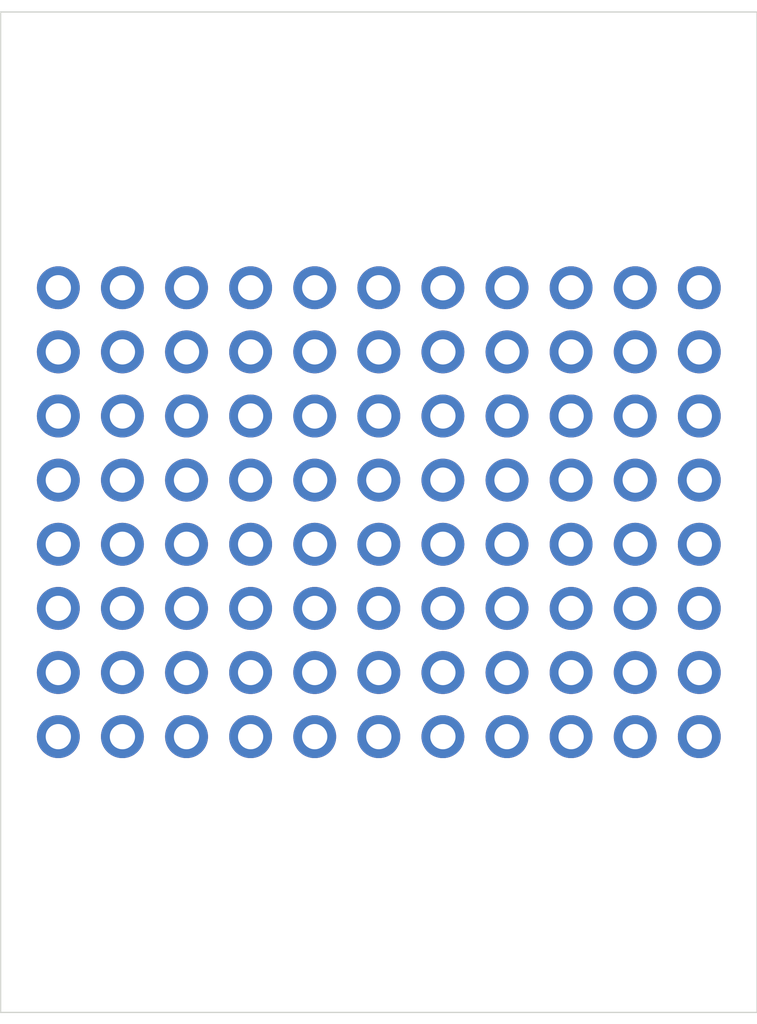
<source format=kicad_pcb>
(kicad_pcb (version 20171130) (host pcbnew "(5.1.4)-1")

  (general
    (thickness 1.6)
    (drawings 4)
    (tracks 0)
    (zones 0)
    (modules 12)
    (nets 1)
  )

  (page A4)
  (layers
    (0 F.Cu signal)
    (31 B.Cu signal)
    (32 B.Adhes user)
    (33 F.Adhes user)
    (34 B.Paste user)
    (35 F.Paste user)
    (36 B.SilkS user)
    (37 F.SilkS user)
    (38 B.Mask user)
    (39 F.Mask user)
    (40 Dwgs.User user)
    (41 Cmts.User user)
    (42 Eco1.User user)
    (43 Eco2.User user)
    (44 Edge.Cuts user)
    (45 Margin user)
    (46 B.CrtYd user)
    (47 F.CrtYd user)
    (48 B.Fab user)
    (49 F.Fab user)
  )

  (setup
    (last_trace_width 0.25)
    (trace_clearance 0.2)
    (zone_clearance 0.508)
    (zone_45_only no)
    (trace_min 0.2)
    (via_size 0.8)
    (via_drill 0.4)
    (via_min_size 0.4)
    (via_min_drill 0.3)
    (uvia_size 0.3)
    (uvia_drill 0.1)
    (uvias_allowed no)
    (uvia_min_size 0.2)
    (uvia_min_drill 0.1)
    (edge_width 0.05)
    (segment_width 0.2)
    (pcb_text_width 0.3)
    (pcb_text_size 1.5 1.5)
    (mod_edge_width 0.12)
    (mod_text_size 1 1)
    (mod_text_width 0.15)
    (pad_size 6 3.2)
    (pad_drill 6)
    (pad_to_mask_clearance 0.051)
    (solder_mask_min_width 0.25)
    (aux_axis_origin 0 0)
    (grid_origin 123.19 115.062)
    (visible_elements 7FFFFFFF)
    (pcbplotparams
      (layerselection 0x010fc_ffffffff)
      (usegerberextensions false)
      (usegerberattributes false)
      (usegerberadvancedattributes false)
      (creategerberjobfile false)
      (excludeedgelayer true)
      (linewidth 0.100000)
      (plotframeref false)
      (viasonmask false)
      (mode 1)
      (useauxorigin false)
      (hpglpennumber 1)
      (hpglpenspeed 20)
      (hpglpendiameter 15.000000)
      (psnegative false)
      (psa4output false)
      (plotreference true)
      (plotvalue true)
      (plotinvisibletext false)
      (padsonsilk false)
      (subtractmaskfromsilk false)
      (outputformat 1)
      (mirror false)
      (drillshape 1)
      (scaleselection 1)
      (outputdirectory ""))
  )

  (net 0 "")

  (net_class Default "This is the default net class."
    (clearance 0.2)
    (trace_width 0.25)
    (via_dia 0.8)
    (via_drill 0.4)
    (uvia_dia 0.3)
    (uvia_drill 0.1)
  )

  (module Mounting_Holes:MountingHole_3.2mm_M3 (layer F.Cu) (tedit 5D7068BC) (tstamp 5D707A69)
    (at 100.718 151.686)
    (descr "Mounting Hole 3.2mm, no annular, M3")
    (tags "mounting hole 3.2mm no annular m3")
    (attr virtual)
    (fp_text reference REF** (at 0 -4.2) (layer F.SilkS) hide
      (effects (font (size 1 1) (thickness 0.15)))
    )
    (fp_text value MountingHole_3.2mm_M3 (at 0 4.2) (layer F.Fab) hide
      (effects (font (size 1 1) (thickness 0.15)))
    )
    (fp_circle (center 0 0) (end 3.45 0) (layer F.CrtYd) (width 0.05))
    (fp_circle (center 0 0) (end 3.2 0) (layer Cmts.User) (width 0.15))
    (fp_text user %R (at 0.3 0) (layer F.Fab) hide
      (effects (font (size 1 1) (thickness 0.15)))
    )
    (pad "" np_thru_hole oval (at 0 0) (size 6 3.2) (drill oval 6 3.2) (layers *.Cu *.Mask))
  )

  (module Mounting_Holes:MountingHole_3.2mm_M3 (layer F.Cu) (tedit 5D7068BC) (tstamp 5D707A69)
    (at 115.69 151.686)
    (descr "Mounting Hole 3.2mm, no annular, M3")
    (tags "mounting hole 3.2mm no annular m3")
    (attr virtual)
    (fp_text reference REF** (at 0 -4.2) (layer F.SilkS) hide
      (effects (font (size 1 1) (thickness 0.15)))
    )
    (fp_text value MountingHole_3.2mm_M3 (at 0 4.2) (layer F.Fab) hide
      (effects (font (size 1 1) (thickness 0.15)))
    )
    (fp_circle (center 0 0) (end 3.45 0) (layer F.CrtYd) (width 0.05))
    (fp_circle (center 0 0) (end 3.2 0) (layer Cmts.User) (width 0.15))
    (fp_text user %R (at 0.3 0) (layer F.Fab) hide
      (effects (font (size 1 1) (thickness 0.15)))
    )
    (pad "" np_thru_hole oval (at 0 0) (size 6 3.2) (drill oval 6 3.2) (layers *.Cu *.Mask))
  )

  (module Mounting_Holes:MountingHole_3.2mm_M3 (layer F.Cu) (tedit 5D7068BC) (tstamp 5D707A69)
    (at 115.69 118.062)
    (descr "Mounting Hole 3.2mm, no annular, M3")
    (tags "mounting hole 3.2mm no annular m3")
    (attr virtual)
    (fp_text reference REF** (at 0 -4.2) (layer F.SilkS) hide
      (effects (font (size 1 1) (thickness 0.15)))
    )
    (fp_text value MountingHole_3.2mm_M3 (at 0 4.2) (layer F.Fab) hide
      (effects (font (size 1 1) (thickness 0.15)))
    )
    (fp_circle (center 0 0) (end 3.45 0) (layer F.CrtYd) (width 0.05))
    (fp_circle (center 0 0) (end 3.2 0) (layer Cmts.User) (width 0.15))
    (fp_text user %R (at 0.3 0) (layer F.Fab) hide
      (effects (font (size 1 1) (thickness 0.15)))
    )
    (pad "" np_thru_hole oval (at 0 0) (size 6 3.2) (drill oval 6 3.2) (layers *.Cu *.Mask))
  )

  (module Mounting_Holes:MountingHole_3.2mm_M3 (layer F.Cu) (tedit 5D706C5C) (tstamp 5D70694B)
    (at 100.718 118.062)
    (descr "Mounting Hole 3.2mm, no annular, M3")
    (tags "mounting hole 3.2mm no annular m3")
    (attr virtual)
    (fp_text reference REF** (at 0 -4.2) (layer F.SilkS) hide
      (effects (font (size 1 1) (thickness 0.15)))
    )
    (fp_text value MountingHole_3.2mm_M3 (at 0 4.2) (layer F.Fab) hide
      (effects (font (size 1 1) (thickness 0.15)))
    )
    (fp_text user %R (at 0.3 0) (layer F.Fab) hide
      (effects (font (size 1 1) (thickness 0.15)))
    )
    (fp_circle (center 0 0) (end 3.2 0) (layer Cmts.User) (width 0.15))
    (fp_circle (center 0 0) (end 3.45 0) (layer F.CrtYd) (width 0.05))
    (pad "" np_thru_hole oval (at 0 0) (size 6 3.2) (drill oval 6 3.2) (layers *.Cu *.Mask))
  )

  (module Pin_Headers:Pin_Header_Straight_1x11_Pitch2.54mm (layer F.Cu) (tedit 5D6F9757) (tstamp 5D6FE629)
    (at 95.504 125.984 90)
    (descr "Through hole straight pin header, 1x11, 2.54mm pitch, single row")
    (tags "Through hole pin header THT 1x11 2.54mm single row")
    (fp_text reference REF** (at 0 -2.33 90) (layer F.SilkS) hide
      (effects (font (size 1 1) (thickness 0.15)))
    )
    (fp_text value Pin_Header_Straight_1x11_Pitch2.54mm (at 0 27.73 90) (layer F.Fab) hide
      (effects (font (size 1 1) (thickness 0.15)))
    )
    (fp_text user %R (at 0 12.7 180) (layer F.Fab) hide
      (effects (font (size 1 1) (thickness 0.15)))
    )
    (fp_line (start 1.8 -1.8) (end -1.8 -1.8) (layer F.CrtYd) (width 0.05))
    (fp_line (start 1.8 27.2) (end 1.8 -1.8) (layer F.CrtYd) (width 0.05))
    (fp_line (start -1.8 27.2) (end 1.8 27.2) (layer F.CrtYd) (width 0.05))
    (fp_line (start -1.8 -1.8) (end -1.8 27.2) (layer F.CrtYd) (width 0.05))
    (fp_line (start -1.27 -0.635) (end -0.635 -1.27) (layer F.Fab) (width 0.1))
    (fp_line (start -1.27 26.67) (end -1.27 -0.635) (layer F.Fab) (width 0.1))
    (fp_line (start 1.27 26.67) (end -1.27 26.67) (layer F.Fab) (width 0.1))
    (fp_line (start 1.27 -1.27) (end 1.27 26.67) (layer F.Fab) (width 0.1))
    (fp_line (start -0.635 -1.27) (end 1.27 -1.27) (layer F.Fab) (width 0.1))
    (pad 11 thru_hole oval (at 0 25.4 90) (size 1.7 1.7) (drill 1) (layers *.Cu *.Mask))
    (pad 10 thru_hole oval (at 0 22.86 90) (size 1.7 1.7) (drill 1) (layers *.Cu *.Mask))
    (pad 9 thru_hole oval (at 0 20.32 90) (size 1.7 1.7) (drill 1) (layers *.Cu *.Mask))
    (pad 8 thru_hole oval (at 0 17.78 90) (size 1.7 1.7) (drill 1) (layers *.Cu *.Mask))
    (pad 7 thru_hole oval (at 0 15.24 90) (size 1.7 1.7) (drill 1) (layers *.Cu *.Mask))
    (pad 6 thru_hole oval (at 0 12.7 90) (size 1.7 1.7) (drill 1) (layers *.Cu *.Mask))
    (pad 5 thru_hole oval (at 0 10.16 90) (size 1.7 1.7) (drill 1) (layers *.Cu *.Mask))
    (pad 4 thru_hole oval (at 0 7.62 90) (size 1.7 1.7) (drill 1) (layers *.Cu *.Mask))
    (pad 3 thru_hole oval (at 0 5.08 90) (size 1.7 1.7) (drill 1) (layers *.Cu *.Mask))
    (pad 2 thru_hole oval (at 0 2.54 90) (size 1.7 1.7) (drill 1) (layers *.Cu *.Mask))
    (pad 1 thru_hole circle (at 0 0 90) (size 1.7 1.7) (drill 1) (layers *.Cu *.Mask))
    (model ${KISYS3DMOD}/Pin_Headers.3dshapes/Pin_Header_Straight_1x11_Pitch2.54mm.wrl
      (at (xyz 0 0 0))
      (scale (xyz 1 1 1))
      (rotate (xyz 0 0 0))
    )
  )

  (module Pin_Headers:Pin_Header_Straight_1x11_Pitch2.54mm (layer F.Cu) (tedit 5D6F9757) (tstamp 5D6FE629)
    (at 95.504 128.524 90)
    (descr "Through hole straight pin header, 1x11, 2.54mm pitch, single row")
    (tags "Through hole pin header THT 1x11 2.54mm single row")
    (fp_text reference REF** (at 0 -2.33 90) (layer F.SilkS) hide
      (effects (font (size 1 1) (thickness 0.15)))
    )
    (fp_text value Pin_Header_Straight_1x11_Pitch2.54mm (at 0 27.73 90) (layer F.Fab) hide
      (effects (font (size 1 1) (thickness 0.15)))
    )
    (fp_text user %R (at 0 12.7 180) (layer F.Fab) hide
      (effects (font (size 1 1) (thickness 0.15)))
    )
    (fp_line (start 1.8 -1.8) (end -1.8 -1.8) (layer F.CrtYd) (width 0.05))
    (fp_line (start 1.8 27.2) (end 1.8 -1.8) (layer F.CrtYd) (width 0.05))
    (fp_line (start -1.8 27.2) (end 1.8 27.2) (layer F.CrtYd) (width 0.05))
    (fp_line (start -1.8 -1.8) (end -1.8 27.2) (layer F.CrtYd) (width 0.05))
    (fp_line (start -1.27 -0.635) (end -0.635 -1.27) (layer F.Fab) (width 0.1))
    (fp_line (start -1.27 26.67) (end -1.27 -0.635) (layer F.Fab) (width 0.1))
    (fp_line (start 1.27 26.67) (end -1.27 26.67) (layer F.Fab) (width 0.1))
    (fp_line (start 1.27 -1.27) (end 1.27 26.67) (layer F.Fab) (width 0.1))
    (fp_line (start -0.635 -1.27) (end 1.27 -1.27) (layer F.Fab) (width 0.1))
    (pad 11 thru_hole oval (at 0 25.4 90) (size 1.7 1.7) (drill 1) (layers *.Cu *.Mask))
    (pad 10 thru_hole oval (at 0 22.86 90) (size 1.7 1.7) (drill 1) (layers *.Cu *.Mask))
    (pad 9 thru_hole oval (at 0 20.32 90) (size 1.7 1.7) (drill 1) (layers *.Cu *.Mask))
    (pad 8 thru_hole oval (at 0 17.78 90) (size 1.7 1.7) (drill 1) (layers *.Cu *.Mask))
    (pad 7 thru_hole oval (at 0 15.24 90) (size 1.7 1.7) (drill 1) (layers *.Cu *.Mask))
    (pad 6 thru_hole oval (at 0 12.7 90) (size 1.7 1.7) (drill 1) (layers *.Cu *.Mask))
    (pad 5 thru_hole oval (at 0 10.16 90) (size 1.7 1.7) (drill 1) (layers *.Cu *.Mask))
    (pad 4 thru_hole oval (at 0 7.62 90) (size 1.7 1.7) (drill 1) (layers *.Cu *.Mask))
    (pad 3 thru_hole oval (at 0 5.08 90) (size 1.7 1.7) (drill 1) (layers *.Cu *.Mask))
    (pad 2 thru_hole oval (at 0 2.54 90) (size 1.7 1.7) (drill 1) (layers *.Cu *.Mask))
    (pad 1 thru_hole circle (at 0 0 90) (size 1.7 1.7) (drill 1) (layers *.Cu *.Mask))
    (model ${KISYS3DMOD}/Pin_Headers.3dshapes/Pin_Header_Straight_1x11_Pitch2.54mm.wrl
      (at (xyz 0 0 0))
      (scale (xyz 1 1 1))
      (rotate (xyz 0 0 0))
    )
  )

  (module Pin_Headers:Pin_Header_Straight_1x11_Pitch2.54mm (layer F.Cu) (tedit 5D6F9757) (tstamp 5D6FE629)
    (at 95.504 131.064 90)
    (descr "Through hole straight pin header, 1x11, 2.54mm pitch, single row")
    (tags "Through hole pin header THT 1x11 2.54mm single row")
    (fp_text reference REF** (at 0 -2.33 90) (layer F.SilkS) hide
      (effects (font (size 1 1) (thickness 0.15)))
    )
    (fp_text value Pin_Header_Straight_1x11_Pitch2.54mm (at 0 27.73 90) (layer F.Fab) hide
      (effects (font (size 1 1) (thickness 0.15)))
    )
    (fp_text user %R (at 0 12.7 180) (layer F.Fab) hide
      (effects (font (size 1 1) (thickness 0.15)))
    )
    (fp_line (start 1.8 -1.8) (end -1.8 -1.8) (layer F.CrtYd) (width 0.05))
    (fp_line (start 1.8 27.2) (end 1.8 -1.8) (layer F.CrtYd) (width 0.05))
    (fp_line (start -1.8 27.2) (end 1.8 27.2) (layer F.CrtYd) (width 0.05))
    (fp_line (start -1.8 -1.8) (end -1.8 27.2) (layer F.CrtYd) (width 0.05))
    (fp_line (start -1.27 -0.635) (end -0.635 -1.27) (layer F.Fab) (width 0.1))
    (fp_line (start -1.27 26.67) (end -1.27 -0.635) (layer F.Fab) (width 0.1))
    (fp_line (start 1.27 26.67) (end -1.27 26.67) (layer F.Fab) (width 0.1))
    (fp_line (start 1.27 -1.27) (end 1.27 26.67) (layer F.Fab) (width 0.1))
    (fp_line (start -0.635 -1.27) (end 1.27 -1.27) (layer F.Fab) (width 0.1))
    (pad 11 thru_hole oval (at 0 25.4 90) (size 1.7 1.7) (drill 1) (layers *.Cu *.Mask))
    (pad 10 thru_hole oval (at 0 22.86 90) (size 1.7 1.7) (drill 1) (layers *.Cu *.Mask))
    (pad 9 thru_hole oval (at 0 20.32 90) (size 1.7 1.7) (drill 1) (layers *.Cu *.Mask))
    (pad 8 thru_hole oval (at 0 17.78 90) (size 1.7 1.7) (drill 1) (layers *.Cu *.Mask))
    (pad 7 thru_hole oval (at 0 15.24 90) (size 1.7 1.7) (drill 1) (layers *.Cu *.Mask))
    (pad 6 thru_hole oval (at 0 12.7 90) (size 1.7 1.7) (drill 1) (layers *.Cu *.Mask))
    (pad 5 thru_hole oval (at 0 10.16 90) (size 1.7 1.7) (drill 1) (layers *.Cu *.Mask))
    (pad 4 thru_hole oval (at 0 7.62 90) (size 1.7 1.7) (drill 1) (layers *.Cu *.Mask))
    (pad 3 thru_hole oval (at 0 5.08 90) (size 1.7 1.7) (drill 1) (layers *.Cu *.Mask))
    (pad 2 thru_hole oval (at 0 2.54 90) (size 1.7 1.7) (drill 1) (layers *.Cu *.Mask))
    (pad 1 thru_hole circle (at 0 0 90) (size 1.7 1.7) (drill 1) (layers *.Cu *.Mask))
    (model ${KISYS3DMOD}/Pin_Headers.3dshapes/Pin_Header_Straight_1x11_Pitch2.54mm.wrl
      (at (xyz 0 0 0))
      (scale (xyz 1 1 1))
      (rotate (xyz 0 0 0))
    )
  )

  (module Pin_Headers:Pin_Header_Straight_1x11_Pitch2.54mm (layer F.Cu) (tedit 5D6F9757) (tstamp 5D6FE629)
    (at 95.504 143.764 90)
    (descr "Through hole straight pin header, 1x11, 2.54mm pitch, single row")
    (tags "Through hole pin header THT 1x11 2.54mm single row")
    (fp_text reference REF** (at 0 -2.33 90) (layer F.SilkS) hide
      (effects (font (size 1 1) (thickness 0.15)))
    )
    (fp_text value Pin_Header_Straight_1x11_Pitch2.54mm (at 0 27.73 90) (layer F.Fab) hide
      (effects (font (size 1 1) (thickness 0.15)))
    )
    (fp_text user %R (at 0 12.7 180) (layer F.Fab) hide
      (effects (font (size 1 1) (thickness 0.15)))
    )
    (fp_line (start 1.8 -1.8) (end -1.8 -1.8) (layer F.CrtYd) (width 0.05))
    (fp_line (start 1.8 27.2) (end 1.8 -1.8) (layer F.CrtYd) (width 0.05))
    (fp_line (start -1.8 27.2) (end 1.8 27.2) (layer F.CrtYd) (width 0.05))
    (fp_line (start -1.8 -1.8) (end -1.8 27.2) (layer F.CrtYd) (width 0.05))
    (fp_line (start -1.27 -0.635) (end -0.635 -1.27) (layer F.Fab) (width 0.1))
    (fp_line (start -1.27 26.67) (end -1.27 -0.635) (layer F.Fab) (width 0.1))
    (fp_line (start 1.27 26.67) (end -1.27 26.67) (layer F.Fab) (width 0.1))
    (fp_line (start 1.27 -1.27) (end 1.27 26.67) (layer F.Fab) (width 0.1))
    (fp_line (start -0.635 -1.27) (end 1.27 -1.27) (layer F.Fab) (width 0.1))
    (pad 11 thru_hole oval (at 0 25.4 90) (size 1.7 1.7) (drill 1) (layers *.Cu *.Mask))
    (pad 10 thru_hole oval (at 0 22.86 90) (size 1.7 1.7) (drill 1) (layers *.Cu *.Mask))
    (pad 9 thru_hole oval (at 0 20.32 90) (size 1.7 1.7) (drill 1) (layers *.Cu *.Mask))
    (pad 8 thru_hole oval (at 0 17.78 90) (size 1.7 1.7) (drill 1) (layers *.Cu *.Mask))
    (pad 7 thru_hole oval (at 0 15.24 90) (size 1.7 1.7) (drill 1) (layers *.Cu *.Mask))
    (pad 6 thru_hole oval (at 0 12.7 90) (size 1.7 1.7) (drill 1) (layers *.Cu *.Mask))
    (pad 5 thru_hole oval (at 0 10.16 90) (size 1.7 1.7) (drill 1) (layers *.Cu *.Mask))
    (pad 4 thru_hole oval (at 0 7.62 90) (size 1.7 1.7) (drill 1) (layers *.Cu *.Mask))
    (pad 3 thru_hole oval (at 0 5.08 90) (size 1.7 1.7) (drill 1) (layers *.Cu *.Mask))
    (pad 2 thru_hole oval (at 0 2.54 90) (size 1.7 1.7) (drill 1) (layers *.Cu *.Mask))
    (pad 1 thru_hole circle (at 0 0 90) (size 1.7 1.7) (drill 1) (layers *.Cu *.Mask))
    (model ${KISYS3DMOD}/Pin_Headers.3dshapes/Pin_Header_Straight_1x11_Pitch2.54mm.wrl
      (at (xyz 0 0 0))
      (scale (xyz 1 1 1))
      (rotate (xyz 0 0 0))
    )
  )

  (module Pin_Headers:Pin_Header_Straight_1x11_Pitch2.54mm (layer F.Cu) (tedit 5D6F9757) (tstamp 5D6FE629)
    (at 95.504 141.224 90)
    (descr "Through hole straight pin header, 1x11, 2.54mm pitch, single row")
    (tags "Through hole pin header THT 1x11 2.54mm single row")
    (fp_text reference REF** (at 0 -2.33 90) (layer F.SilkS) hide
      (effects (font (size 1 1) (thickness 0.15)))
    )
    (fp_text value Pin_Header_Straight_1x11_Pitch2.54mm (at 0 27.73 90) (layer F.Fab) hide
      (effects (font (size 1 1) (thickness 0.15)))
    )
    (fp_text user %R (at 0 12.7 180) (layer F.Fab) hide
      (effects (font (size 1 1) (thickness 0.15)))
    )
    (fp_line (start 1.8 -1.8) (end -1.8 -1.8) (layer F.CrtYd) (width 0.05))
    (fp_line (start 1.8 27.2) (end 1.8 -1.8) (layer F.CrtYd) (width 0.05))
    (fp_line (start -1.8 27.2) (end 1.8 27.2) (layer F.CrtYd) (width 0.05))
    (fp_line (start -1.8 -1.8) (end -1.8 27.2) (layer F.CrtYd) (width 0.05))
    (fp_line (start -1.27 -0.635) (end -0.635 -1.27) (layer F.Fab) (width 0.1))
    (fp_line (start -1.27 26.67) (end -1.27 -0.635) (layer F.Fab) (width 0.1))
    (fp_line (start 1.27 26.67) (end -1.27 26.67) (layer F.Fab) (width 0.1))
    (fp_line (start 1.27 -1.27) (end 1.27 26.67) (layer F.Fab) (width 0.1))
    (fp_line (start -0.635 -1.27) (end 1.27 -1.27) (layer F.Fab) (width 0.1))
    (pad 11 thru_hole oval (at 0 25.4 90) (size 1.7 1.7) (drill 1) (layers *.Cu *.Mask))
    (pad 10 thru_hole oval (at 0 22.86 90) (size 1.7 1.7) (drill 1) (layers *.Cu *.Mask))
    (pad 9 thru_hole oval (at 0 20.32 90) (size 1.7 1.7) (drill 1) (layers *.Cu *.Mask))
    (pad 8 thru_hole oval (at 0 17.78 90) (size 1.7 1.7) (drill 1) (layers *.Cu *.Mask))
    (pad 7 thru_hole oval (at 0 15.24 90) (size 1.7 1.7) (drill 1) (layers *.Cu *.Mask))
    (pad 6 thru_hole oval (at 0 12.7 90) (size 1.7 1.7) (drill 1) (layers *.Cu *.Mask))
    (pad 5 thru_hole oval (at 0 10.16 90) (size 1.7 1.7) (drill 1) (layers *.Cu *.Mask))
    (pad 4 thru_hole oval (at 0 7.62 90) (size 1.7 1.7) (drill 1) (layers *.Cu *.Mask))
    (pad 3 thru_hole oval (at 0 5.08 90) (size 1.7 1.7) (drill 1) (layers *.Cu *.Mask))
    (pad 2 thru_hole oval (at 0 2.54 90) (size 1.7 1.7) (drill 1) (layers *.Cu *.Mask))
    (pad 1 thru_hole circle (at 0 0 90) (size 1.7 1.7) (drill 1) (layers *.Cu *.Mask))
    (model ${KISYS3DMOD}/Pin_Headers.3dshapes/Pin_Header_Straight_1x11_Pitch2.54mm.wrl
      (at (xyz 0 0 0))
      (scale (xyz 1 1 1))
      (rotate (xyz 0 0 0))
    )
  )

  (module Pin_Headers:Pin_Header_Straight_1x11_Pitch2.54mm (layer F.Cu) (tedit 5D6F9757) (tstamp 5D6FE629)
    (at 95.504 138.684 90)
    (descr "Through hole straight pin header, 1x11, 2.54mm pitch, single row")
    (tags "Through hole pin header THT 1x11 2.54mm single row")
    (fp_text reference REF** (at 0 -2.33 90) (layer F.SilkS) hide
      (effects (font (size 1 1) (thickness 0.15)))
    )
    (fp_text value Pin_Header_Straight_1x11_Pitch2.54mm (at 0 27.73 90) (layer F.Fab) hide
      (effects (font (size 1 1) (thickness 0.15)))
    )
    (fp_text user %R (at 0 12.7 180) (layer F.Fab) hide
      (effects (font (size 1 1) (thickness 0.15)))
    )
    (fp_line (start 1.8 -1.8) (end -1.8 -1.8) (layer F.CrtYd) (width 0.05))
    (fp_line (start 1.8 27.2) (end 1.8 -1.8) (layer F.CrtYd) (width 0.05))
    (fp_line (start -1.8 27.2) (end 1.8 27.2) (layer F.CrtYd) (width 0.05))
    (fp_line (start -1.8 -1.8) (end -1.8 27.2) (layer F.CrtYd) (width 0.05))
    (fp_line (start -1.27 -0.635) (end -0.635 -1.27) (layer F.Fab) (width 0.1))
    (fp_line (start -1.27 26.67) (end -1.27 -0.635) (layer F.Fab) (width 0.1))
    (fp_line (start 1.27 26.67) (end -1.27 26.67) (layer F.Fab) (width 0.1))
    (fp_line (start 1.27 -1.27) (end 1.27 26.67) (layer F.Fab) (width 0.1))
    (fp_line (start -0.635 -1.27) (end 1.27 -1.27) (layer F.Fab) (width 0.1))
    (pad 11 thru_hole oval (at 0 25.4 90) (size 1.7 1.7) (drill 1) (layers *.Cu *.Mask))
    (pad 10 thru_hole oval (at 0 22.86 90) (size 1.7 1.7) (drill 1) (layers *.Cu *.Mask))
    (pad 9 thru_hole oval (at 0 20.32 90) (size 1.7 1.7) (drill 1) (layers *.Cu *.Mask))
    (pad 8 thru_hole oval (at 0 17.78 90) (size 1.7 1.7) (drill 1) (layers *.Cu *.Mask))
    (pad 7 thru_hole oval (at 0 15.24 90) (size 1.7 1.7) (drill 1) (layers *.Cu *.Mask))
    (pad 6 thru_hole oval (at 0 12.7 90) (size 1.7 1.7) (drill 1) (layers *.Cu *.Mask))
    (pad 5 thru_hole oval (at 0 10.16 90) (size 1.7 1.7) (drill 1) (layers *.Cu *.Mask))
    (pad 4 thru_hole oval (at 0 7.62 90) (size 1.7 1.7) (drill 1) (layers *.Cu *.Mask))
    (pad 3 thru_hole oval (at 0 5.08 90) (size 1.7 1.7) (drill 1) (layers *.Cu *.Mask))
    (pad 2 thru_hole oval (at 0 2.54 90) (size 1.7 1.7) (drill 1) (layers *.Cu *.Mask))
    (pad 1 thru_hole circle (at 0 0 90) (size 1.7 1.7) (drill 1) (layers *.Cu *.Mask))
    (model ${KISYS3DMOD}/Pin_Headers.3dshapes/Pin_Header_Straight_1x11_Pitch2.54mm.wrl
      (at (xyz 0 0 0))
      (scale (xyz 1 1 1))
      (rotate (xyz 0 0 0))
    )
  )

  (module Pin_Headers:Pin_Header_Straight_1x11_Pitch2.54mm (layer F.Cu) (tedit 5D6F9757) (tstamp 5D6FE629)
    (at 95.504 133.604 90)
    (descr "Through hole straight pin header, 1x11, 2.54mm pitch, single row")
    (tags "Through hole pin header THT 1x11 2.54mm single row")
    (fp_text reference REF** (at 0 -2.33 90) (layer F.SilkS) hide
      (effects (font (size 1 1) (thickness 0.15)))
    )
    (fp_text value Pin_Header_Straight_1x11_Pitch2.54mm (at 0 27.73 90) (layer F.Fab) hide
      (effects (font (size 1 1) (thickness 0.15)))
    )
    (fp_text user %R (at 0 12.7 180) (layer F.Fab) hide
      (effects (font (size 1 1) (thickness 0.15)))
    )
    (fp_line (start 1.8 -1.8) (end -1.8 -1.8) (layer F.CrtYd) (width 0.05))
    (fp_line (start 1.8 27.2) (end 1.8 -1.8) (layer F.CrtYd) (width 0.05))
    (fp_line (start -1.8 27.2) (end 1.8 27.2) (layer F.CrtYd) (width 0.05))
    (fp_line (start -1.8 -1.8) (end -1.8 27.2) (layer F.CrtYd) (width 0.05))
    (fp_line (start -1.27 -0.635) (end -0.635 -1.27) (layer F.Fab) (width 0.1))
    (fp_line (start -1.27 26.67) (end -1.27 -0.635) (layer F.Fab) (width 0.1))
    (fp_line (start 1.27 26.67) (end -1.27 26.67) (layer F.Fab) (width 0.1))
    (fp_line (start 1.27 -1.27) (end 1.27 26.67) (layer F.Fab) (width 0.1))
    (fp_line (start -0.635 -1.27) (end 1.27 -1.27) (layer F.Fab) (width 0.1))
    (pad 11 thru_hole oval (at 0 25.4 90) (size 1.7 1.7) (drill 1) (layers *.Cu *.Mask))
    (pad 10 thru_hole oval (at 0 22.86 90) (size 1.7 1.7) (drill 1) (layers *.Cu *.Mask))
    (pad 9 thru_hole oval (at 0 20.32 90) (size 1.7 1.7) (drill 1) (layers *.Cu *.Mask))
    (pad 8 thru_hole oval (at 0 17.78 90) (size 1.7 1.7) (drill 1) (layers *.Cu *.Mask))
    (pad 7 thru_hole oval (at 0 15.24 90) (size 1.7 1.7) (drill 1) (layers *.Cu *.Mask))
    (pad 6 thru_hole oval (at 0 12.7 90) (size 1.7 1.7) (drill 1) (layers *.Cu *.Mask))
    (pad 5 thru_hole oval (at 0 10.16 90) (size 1.7 1.7) (drill 1) (layers *.Cu *.Mask))
    (pad 4 thru_hole oval (at 0 7.62 90) (size 1.7 1.7) (drill 1) (layers *.Cu *.Mask))
    (pad 3 thru_hole oval (at 0 5.08 90) (size 1.7 1.7) (drill 1) (layers *.Cu *.Mask))
    (pad 2 thru_hole oval (at 0 2.54 90) (size 1.7 1.7) (drill 1) (layers *.Cu *.Mask))
    (pad 1 thru_hole circle (at 0 0 90) (size 1.7 1.7) (drill 1) (layers *.Cu *.Mask))
    (model ${KISYS3DMOD}/Pin_Headers.3dshapes/Pin_Header_Straight_1x11_Pitch2.54mm.wrl
      (at (xyz 0 0 0))
      (scale (xyz 1 1 1))
      (rotate (xyz 0 0 0))
    )
  )

  (module Pin_Headers:Pin_Header_Straight_1x11_Pitch2.54mm (layer F.Cu) (tedit 5D6F9757) (tstamp 5D6FE285)
    (at 95.504 136.144 90)
    (descr "Through hole straight pin header, 1x11, 2.54mm pitch, single row")
    (tags "Through hole pin header THT 1x11 2.54mm single row")
    (fp_text reference REF** (at 0 -2.33 90) (layer F.SilkS) hide
      (effects (font (size 1 1) (thickness 0.15)))
    )
    (fp_text value Pin_Header_Straight_1x11_Pitch2.54mm (at 0 27.73 90) (layer F.Fab) hide
      (effects (font (size 1 1) (thickness 0.15)))
    )
    (fp_line (start -0.635 -1.27) (end 1.27 -1.27) (layer F.Fab) (width 0.1))
    (fp_line (start 1.27 -1.27) (end 1.27 26.67) (layer F.Fab) (width 0.1))
    (fp_line (start 1.27 26.67) (end -1.27 26.67) (layer F.Fab) (width 0.1))
    (fp_line (start -1.27 26.67) (end -1.27 -0.635) (layer F.Fab) (width 0.1))
    (fp_line (start -1.27 -0.635) (end -0.635 -1.27) (layer F.Fab) (width 0.1))
    (fp_line (start -1.8 -1.8) (end -1.8 27.2) (layer F.CrtYd) (width 0.05))
    (fp_line (start -1.8 27.2) (end 1.8 27.2) (layer F.CrtYd) (width 0.05))
    (fp_line (start 1.8 27.2) (end 1.8 -1.8) (layer F.CrtYd) (width 0.05))
    (fp_line (start 1.8 -1.8) (end -1.8 -1.8) (layer F.CrtYd) (width 0.05))
    (fp_text user %R (at 0 12.7 180) (layer F.Fab) hide
      (effects (font (size 1 1) (thickness 0.15)))
    )
    (pad 1 thru_hole circle (at 0 0 90) (size 1.7 1.7) (drill 1) (layers *.Cu *.Mask))
    (pad 2 thru_hole oval (at 0 2.54 90) (size 1.7 1.7) (drill 1) (layers *.Cu *.Mask))
    (pad 3 thru_hole oval (at 0 5.08 90) (size 1.7 1.7) (drill 1) (layers *.Cu *.Mask))
    (pad 4 thru_hole oval (at 0 7.62 90) (size 1.7 1.7) (drill 1) (layers *.Cu *.Mask))
    (pad 5 thru_hole oval (at 0 10.16 90) (size 1.7 1.7) (drill 1) (layers *.Cu *.Mask))
    (pad 6 thru_hole oval (at 0 12.7 90) (size 1.7 1.7) (drill 1) (layers *.Cu *.Mask))
    (pad 7 thru_hole oval (at 0 15.24 90) (size 1.7 1.7) (drill 1) (layers *.Cu *.Mask))
    (pad 8 thru_hole oval (at 0 17.78 90) (size 1.7 1.7) (drill 1) (layers *.Cu *.Mask))
    (pad 9 thru_hole oval (at 0 20.32 90) (size 1.7 1.7) (drill 1) (layers *.Cu *.Mask))
    (pad 10 thru_hole oval (at 0 22.86 90) (size 1.7 1.7) (drill 1) (layers *.Cu *.Mask))
    (pad 11 thru_hole oval (at 0 25.4 90) (size 1.7 1.7) (drill 1) (layers *.Cu *.Mask))
    (model ${KISYS3DMOD}/Pin_Headers.3dshapes/Pin_Header_Straight_1x11_Pitch2.54mm.wrl
      (at (xyz 0 0 0))
      (scale (xyz 1 1 1))
      (rotate (xyz 0 0 0))
    )
  )

  (gr_line (start 93.218 154.686) (end 93.218 115.062) (layer Edge.Cuts) (width 0.05) (tstamp 5D6FEE1E))
  (gr_line (start 123.19 154.686) (end 93.218 154.686) (layer Edge.Cuts) (width 0.05))
  (gr_line (start 123.19 115.062) (end 123.19 154.686) (layer Edge.Cuts) (width 0.05))
  (gr_line (start 93.218 115.062) (end 123.19 115.062) (layer Edge.Cuts) (width 0.05))

)

</source>
